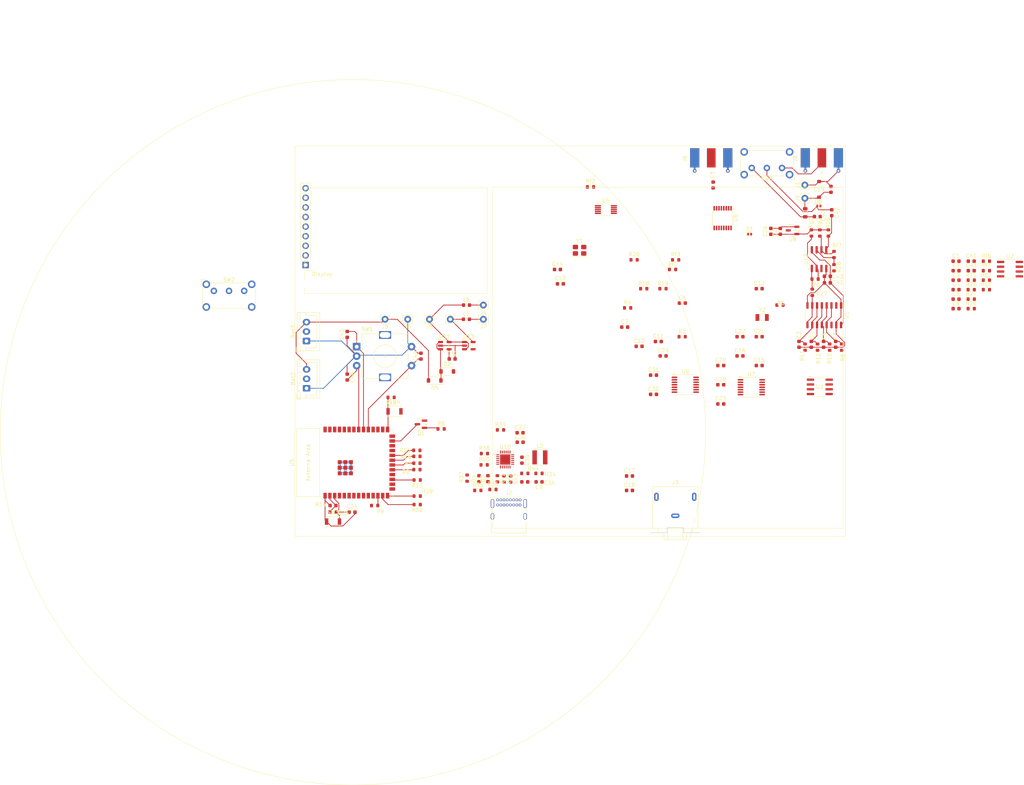
<source format=kicad_pcb>
(kicad_pcb (version 20241229) (generator "pcbnew") (generator_version "9.0")
  (layers (0 "F.Cu" signal) (2 "B.Cu" signal) (13 "F.Paste" user) (15 "B.Paste" user) (5 "F.SilkS" user "F.Silkscreen") (7 "B.SilkS" user "B.Silkscreen") (1 "F.Mask" user) (3 "B.Mask" user) (25 "Edge.Cuts" user))
  (net 0 "")
  (net 1 "Net-(Rf6-Pad2)")
  (net 2 "/VRev2.5")
  (net 3 "Net-(U9-VINR)")
  (net 4 "Net-(U6-LOut)")
  (net 5 "Net-(D6-K)")
  (net 6 "GND")
  (net 7 "+3.3V")
  (net 8 "Net-(U4-XA)")
  (net 9 "Net-(U4-XB)")
  (net 10 "/SCL")
  (net 11 "/SDA")
  (net 12 "Net-(U4-CLK2)")
  (net 13 "Net-(U4-CLK1)")
  (net 14 "Net-(U4-CLK0)")
  (net 15 "Net-(C37-Pad1)")
  (net 16 "Net-(U2A-+)")
  (net 17 "+3.3Vfiltered")
  (net 18 "+VBatt")
  (net 19 "Net-(U1-S0)")
  (net 20 "Net-(U2A--)")
  (net 21 "Net-(U1-1B3)")
  (net 22 "Net-(U10-VBATM)")
  (net 23 "Net-(Bat2-Pin_2)")
  (net 24 "Net-(C16-Pad1)")
  (net 25 "Net-(J4-Pin_1)")
  (net 26 "Net-(C36-Pad1)")
  (net 28 "Net-(U10-NTC)")
  (net 29 "Net-(U10-BAT_STAT)")
  (net 30 "Net-(U10-LED)")
  (net 32 "Net-(U10-GND)")
  (net 33 "Net-(U10-VIN_OVSET)")
  (net 35 "Net-(U10-ISET)")
  (net 36 "Net-(U10-BST)")
  (net 37 "Net-(U10-LX-Pad15)")
  (net 38 "Net-(C35-Pad1)")
  (net 39 "+5V")
  (net 40 "+5Vfiltered")
  (net 41 "Net-(U6-RCLK)")
  (net 42 "Net-(D3-A)")
  (net 43 "Net-(Q1-B)")
  (net 44 "Net-(R27-Pad2)")
  (net 45 "Net-(R28-Pad2)")
  (net 46 "Net-(Rf7-Pad2)")
  (net 47 "Net-(U1-1B2)")
  (net 48 "Net-(J2-CC2)")
  (net 49 "Net-(J9-Pin_1)")
  (net 50 "3.3V")
  (net 51 "SCK")
  (net 52 "MOSI")
  (net 53 "RST")
  (net 54 "DC")
  (net 55 "CS")
  (net 56 "CS-TF")
  (net 57 "OUT")
  (net 58 "Net-(U6-DClk)")
  (net 62 "Net-(D1-K)")
  (net 63 "Earth")
  (net 64 "Net-(U6-AMI)")
  (net 65 "Net-(C12-Pad1)")
  (net 66 "Net-(U2B--)")
  (net 67 "Net-(U1-1B4)")
  (net 68 "Net-(C42-Pad1)")
  (net 69 "Net-(U1-1A)")
  (net 70 "Net-(J2-SHIELD)")
  (net 71 "Net-(U5-EN)")
  (net 72 "Net-(J7-Pin_1)")
  (net 73 "Net-(U1-S1)")
  (net 74 "Net-(U1-1B1)")
  (net 75 "Net-(U11-BP)")
  (net 76 "/I2S1_DOUT")
  (net 77 "Net-(U2B-+)")
  (net 78 "Net-(C15-Pad1)")
  (net 79 "Net-(U7-VINR)")
  (net 80 "Net-(D4-A)")
  (net 81 "Net-(U9-VINL)")
  (net 82 "Net-(U6-ROut)")
  (net 83 "Net-(J2-CC1)")
  (net 85 "Net-(U7-VINL)")
  (net 86 "/I2S0_DOUT")
  (net 87 "Net-(J6-In)")
  (net 88 "VBUS")
  (net 89 "Net-(D2-K)")
  (net 90 "USB_D-")
  (net 91 "USB_D+")
  (net 92 "Q_BAT_STAT")
  (net 93 "/I2S_BCK")
  (net 94 "Net-(U5-GPIO11{slash}TOUCH11{slash}ADC2_CH0{slash}FSPID{slash}FSPIIO5{slash}SUBSPID)")
  (net 95 "Net-(U5-GPIO12{slash}TOUCH12{slash}ADC2_CH1{slash}FSPICLK{slash}FSPIIO6{slash}SUBSPICLK)")
  (net 96 "/I2S_LRCK")
  (net 97 "RST_4732")
  (net 98 "Net-(U5-GPIO0{slash}BOOT)")
  (net 99 "Net-(U5-GPIO13{slash}TOUCH13{slash}ADC2_CH2{slash}FSPIQ{slash}FSPIIO7{slash}SUBSPIQ)")
  (net 100 "Net-(U5-GPIO14{slash}TOUCH14{slash}ADC2_CH3{slash}FSPIWP{slash}FSPIDQS{slash}SUBSPIWP)")
  (net 101 "Net-(U5-GPIO20{slash}U1CTS{slash}ADC2_CH9{slash}CLK_OUT1{slash}USB_D+)")
  (net 102 "Net-(U5-GPIO19{slash}U1RTS{slash}ADC2_CH8{slash}CLK_OUT2{slash}USB_D-)")
  (net 103 "ADC_SCKI")
  (net 124 "Net-(U5-GPIO38{slash}FSPIWP{slash}SUBSPIWP)")
  (net 125 "Net-(U5-MTDO{slash}GPIO40{slash}CLK_OUT2)")
  (net 126 "Net-(U5-MTCK{slash}GPIO39{slash}CLK_OUT3{slash}SUBSPICS1)")
  (net 131 "Net-(J8-In)")
  (net 133 "Net-(SW2A-A)")
  (net 134 "Net-(SW5A-C)")
  (footprint "Resistor_SMD:R_0603_1608Metric" (layer "F.Cu") (at 140.45 122.5 180)
    (property "Reference" "R44")
    (property "Value" "5.1K")
  )
  (footprint "Connector_Pin:Pin_D0.9mm_L10.0mm_W2.4mm_FlatFork" (layer "F.Cu") (at 120.75 81.75)
    (property "Reference" "J5" (hide yes))
    (property "Value" "+5V")
  )
  (footprint "Connector_JST:JST_XH_B3B-XH-A_1x03_P2.50mm_Vertical" (layer "F.Cu") (at 82.725 87.5 90)
    (property "Reference" "Bat3")
    (property "Value" "JST-XH")
  )
  (footprint "Resistor_SMD:R_0603_1608Metric" (layer "F.Cu") (at 111.925 119.8 180)
    (property "Reference" "R2")
    (property "Value" "22")
  )
  (footprint "Resistor_SMD:R_0603_1608Metric" (layer "F.Cu") (at 217.2 71.1225)
    (property "Reference" "Rf6")
    (property "Value" "604")
  )
  (footprint "Capacitor_SMD:C_0603_1608Metric" (layer "F.Cu") (at 254.475 78.94)
    (property "Reference" "C8")
    (property "Value" "270p")
  )
  (footprint "Package_SO:SOIC-8_3.9x4.9mm_P1.27mm" (layer "F.Cu") (at 218.45 99.6225)
    (property "Reference" "U2")
    (property "Value" "LM4562")
  )
  (footprint "Resistor_SMD:R_0603_1608Metric" (layer "F.Cu") (at 258.485 71.41)
    (property "Reference" "R11")
    (property "Value" "1k")
  )
  (footprint "Resistor_SMD:R_0603_1608Metric" (layer "F.Cu") (at 262.495 71.41)
    (property "Reference" "Rg1")
    (property "Value" "604")
  )
  (footprint "Capacitor_SMD:C_0603_1608Metric" (layer "F.Cu") (at 93.5 97.025 -90)
    (property "Reference" "C46")
    (property "Value" "100n")
  )
  (footprint "Button_Switch_SMD:SW_SPST_B3U-1000P" (layer "F.Cu") (at 106 106.1)
    (property "Reference" "SW4")
    (property "Value" "Boot")
  )
  (footprint "Connector_Pin:Pin_D0.9mm_L10.0mm_W2.4mm_FlatFork" (layer "F.Cu") (at 129.5 81.75)
    (property "Reference" "J7")
    (property "Value" "+3.3Vfiltered")
  )
  (footprint "Capacitor_SMD:C_0603_1608Metric" (layer "F.Cu") (at 149.86 72.39)
    (property "Reference" "C13")
    (property "Value" "2..20p")
  )
  (footprint "Resistor_SMD:R_0603_1608Metric" (layer "F.Cu") (at 258.485 78.94)
    (property "Reference" "R28")
    (property "Value" "22")
  )
  (footprint "Resistor_SMD:R_0603_1608Metric" (layer "F.Cu") (at 258.485 73.92)
    (property "Reference" "R26")
    (property "Value" "100k")
  )
  (footprint "Resistor_SMD:R_0603_1608Metric" (layer "F.Cu") (at 111.925 121.5)
    (property "Reference" "R1")
    (property "Value" "22")
  )
  (footprint "Capacitor_SMD:C_0603_1608Metric" (layer "F.Cu") (at 197.345 86.36)
    (property "Reference" "C22")
    (property "Value" "22p")
  )
  (footprint "Capacitor_SMD:C_0603_1608Metric" (layer "F.Cu") (at 221.4 47.4 90)
    (property "Reference" "C8" (hide yes))
    (property "Value" "270p")
  )
  (footprint "Capacitor_SMD:C_0603_1608Metric" (layer "F.Cu") (at 205.5 58.5 90)
    (property "Reference" "C26")
    (property "Value" "100n")
  )
  (footprint "Resistor_SMD:R_0603_1608Metric" (layer "F.Cu") (at 144.2 122.5 180)
    (property "Reference" "R34")
    (property "Value" "1M")
  )
  (footprint "Inductor_SMD:L_0603_1608Metric" (layer "F.Cu") (at 125 81.75)
    (property "Reference" "L5")
    (property "Value" "Ferrite_perl")
  )
  (footprint "Resistor_SMD:R_0603_1608Metric" (layer "F.Cu") (at 262.495 73.92)
    (property "Reference" "Rg2")
    (property "Value" "604")
  )
  (footprint "Capacitor_SMD:C_0603_1608Metric" (layer "F.Cu") (at 121.25 92.25)
    (property "Reference" "C32")
    (property "Value" "10n")
  )
  (footprint "Capacitor_SMD:C_0603_1608Metric" (layer "F.Cu") (at 168.135 127)
    (property "Reference" "C18")
    (property "Value" "4.7u")
  )
  (footprint "Resistor_SMD:R_0603_1608Metric" (layer "F.Cu") (at 157.825 46.75)
    (property "Reference" "Rf2")
    (property "Value" "47")
  )
  (footprint "Resistor_SMD:R_0603_1608Metric" (layer "F.Cu") (at 222.2 68.1225 90)
    (property "Reference" "R28")
    (property "Value" "22")
  )
  (footprint "Diode_SMD:D_SOD-123" (layer "F.Cu") (at 116.63 97.93 180)
    (property "Reference" "D5")
    (property "Value" "D_Schottky")
  )
  (footprint "Package_TO_SOT_SMD:SOT-23-5" (layer "F.Cu") (at 125.6525 88.72)
    (property "Reference" "U13")
    (property "Value" "HT733333")
  )
  (footprint "Resistor_SMD:R_0603_1608Metric" (layer "F.Cu") (at 105.1 102.4 180)
    (property "Reference" "R15")
    (property "Value" "10k")
  )
  (footprint "PCM_JLCPCB:L_0805" (layer "F.Cu") (at 214.6 53.6 90)
    (property "Reference" "L4" (hide yes))
    (property "Value" "1uH,50mA")
  )
  (footprint "Button_Switch_SMD:SW_SPST_B3U-1000P" (layer "F.Cu") (at 89.75 135.25)
    (property "Reference" "SW3")
    (property "Value" "Reset")
  )
  (footprint "Capacitor_SMD:C_0603_1608Metric" (layer "F.Cu") (at 202.425 93.98)
    (property "Reference" "C15")
    (property "Value" "4.7u")
  )
  (footprint "Resistor_SMD:R_0603_1608Metric" (layer "F.Cu") (at 222.2 64.6225 90)
    (property "Reference" "Rf7")
    (property "Value" "604")
  )
  (footprint "Connector_Pin:Pin_D0.9mm_L10.0mm_W2.4mm_FlatFork" (layer "F.Cu") (at 129.5 78)
    (property "Reference" "J4")
    (property "Value" "+5Vfiltered")
  )
  (footprint "Resistor_SMD:R_0603_1608Metric" (layer "F.Cu") (at 111.925 118 180)
    (property "Reference" "R16")
    (property "Value" "22")
  )
  (footprint "Resistor_SMD:R_0603_1608Metric" (layer "F.Cu") (at 136.7 124 -90)
    (property "Reference" "R43")
    (property "Value" "75k")
  )
  (footprint "Capacitor_SMD:C_0603_1608Metric" (layer "F.Cu") (at 140.45 124.75 180)
    (property "Reference" "C34")
    (property "Value" "10u")
  )
  (footprint "MountingHole:MountingHole_2.2mm_M2_DIN965" (layer "F.Cu") (at 226.06 151.13 180)
    (property "Reference" "M2" (hide yes))
    (property "Value" "")
  )
  (footprint "Capacitor_SMD:C_0603_1608Metric" (layer "F.Cu") (at 170.675 88.9)
    (property "Reference" "C10")
    (property "Value" "2.2u")
  )
  (footprint "Resistor_SMD:R_0603_1608Metric" (layer "F.Cu") (at 214.55 89.1225 90)
    (property "Reference" "R11")
    (property "Value" "1k")
  )
  (footprint "Capacitor_SMD:C_0603_1608Metric" (layer "F.Cu") (at 139.7 119 -90)
    (property "Reference" "C35")
    (property "Value" "100n")
  )
  (footprint "Capacitor_SMD:C_0603_1608Metric" (layer "F.Cu") (at 254.475 76.43)
    (property "Reference" "C5")
    (property "Value" "220n")
  )
  (footprint "Resistor_SMD:R_0603_1608Metric" (layer "F.Cu") (at 112 124.25 180)
    (property "Reference" "R13")
    (property "Value" "4.7K")
  )
  (footprint "Resistor_SMD:R_0603_1608Metric" (layer "F.Cu") (at 220.715 58.9375 90)
    (property "Reference" "R26")
    (property "Value" "100k")
  )
  (footprint "Capacitor_SMD:C_0603_1608Metric" (layer "F.Cu") (at 89.75 131 180)
    (property "Reference" "C25")
    (property "Value" "47u")
  )
  (footprint "Connector_Pin:Pin_D0.9mm_L10.0mm_W2.4mm_FlatFork" (layer "F.Cu") (at 109.5 81.75)
    (property "Reference" "J5")
    (property "Value" "GND")
  )
  (footprint "Resistor_SMD:R_0603_1608Metric" (layer "F.Cu") (at 262.495 68.9)
    (property "Reference" "Rf7")
    (property "Value" "604")
  )
  (footprint "Resistor_SMD:R_0603_1608Metric" (layer "F.Cu") (at 89.75 132.75)
    (property "Reference" "R14")
    (property "Value" "10k")
  )
  (footprint "Inductor_SMD:L_Taiyo-Yuden_NR-40xx" (layer "F.Cu") (at 144.45 118.25)
    (property "Reference" "L2")
    (property "Value" "2.2uH,3A")
  )
  (footprint "Inductor_SMD:L_0603_1608Metric" (layer "F.Cu") (at 125.0375 78)
    (property "Reference" "L6")
    (property "Value" "Ferrite_perl")
  )
  (footprint "Package_SO:SOIC-8_3.9x4.9mm_P1.27mm" (layer "F.Cu") (at 218.25 65.845 90)
    (property "Reference" "U12")
    (property "Value" "OPA2211")
  )
  (footprint "Capacitor_SMD:C_0603_1608Metric" (layer "F.Cu") (at 220.45 70.3725 180)
    (property "Reference" "C43")
    (property "Value" "100n")
  )
  (footprint "Capacitor_SMD:C_0603_1608Metric" (layer "F.Cu") (at 168.135 123.19)
    (property "Reference" "C17")
    (property "Value" "4.7u")
  )
  (footprint "Capacitor_SMD:C_0603_1608Metric" (layer "F.Cu") (at 139.2 111.75)
    (property "Reference" "C37")
    (property "Value" "10u")
  )
  (footprint "Resistor_SMD:R_0603_1608Metric" (layer "F.Cu") (at 129.775 117.25)
    (property "Reference" "R38")
    (property "Value" "100")
  )
  (footprint "Resistor_SMD:R_0603_1608Metric" (layer "F.Cu") (at 258.485 76.43)
    (property "Reference" "R27")
    (property "Value" "22")
  )
  (footprint "Connector_USB:USB_C_Receptacle_GCT_USB4085" (layer "F.Cu") (at 133.25 129.5)
    (property "Reference" "J2")
    (property "Value" "C165948")
  )
  (footprint "Package_TO_SOT_SMD:SOT-23" (layer "F.Cu") (at 113 109.5 180)
    (property "Reference" "Q1")
    (property "Value" "BC847")
  )
  (footprint "Connector_Pin:Pin_D0.9mm_L10.0mm_W2.4mm_FlatFork" (layer "F.Cu") (at 103.5 81.75)
    (property "Reference" "J5")
    (property "Value" "Bat")
  )
  (footprint "Resistor_SMD:R_0603_1608Metric" (layer "F.Cu") (at 133.2 123.925 -90)
    (property "Reference" "R41")
    (property "Value" "120K")
  )
  (footprint "Diode_SMD:D_SOD-882D" (layer "F.Cu") (at 218.2 51.8)
    (property "Reference" "D6")
    (property "Value" "PESD5V0L1ULD")
  )
  (footprint "Resistor_SMD:R_0603_1608Metric" (layer "F.Cu") (at 100.75 131)
    (property "Reference" "R9")
    (property "Value" "4.7K")
  )
  (footprint "Capacitor_SMD:C_0603_1608Metric" (layer "F.Cu") (at 192.265 104.14)
    (property "Reference" "C23")
    (property "Value" "100n")
  )
  (footprint "Crystal:Crystal_SMD_3215-2Pin_3.2x1.5mm" (layer "F.Cu") (at 203.2 81.28)
    (property "Reference" "Y2")
    (property "Value" "32768kHz")
  )
  (footprint "Resistor_SMD:R_0603_1608Metric" (layer "F.Cu") (at 218.465 58.9375 -90)
    (property "Reference" "Rg2")
    (property "Value" "604" (hide yes))
  )
  (footprint "Capacitor_SMD:C_0603_1608Metric" (layer "F.Cu") (at 254.475 68.9)
    (property "Reference" "C2")
    (property "Value" "220n")
  )
  (footprint "Resistor_SMD:R_0603_1608Metric" (layer "F.Cu") (at 217.85 89.1225 90)
    (property "Reference" "R12")
    (property "Value" "1k")
  )
  (footprint "Resistor_SMD:R_0603_1608Metric" (layer "F.Cu") (at 134.95 124 -90)
    (property "Reference" "R42")
    (property "Value" "120K")
  )
  (footprint "Connector_Pin:Pin_D0.9mm_L10.0mm_W2.4mm_FlatFork" (layer "F.Cu") (at 214.5 49.75 -90)
    (property "Reference" "J9")
    (property "Value" "RF_AM__In")
  )
  (footprint "Capacitor_SMD:C_0603_1608Metric" (layer "F.Cu") (at 254.475 71.41)
    (property "Reference" "C3")
    (property "Value" "220n")
  )
  (footprint "Resistor_SMD:R_0603_1608Metric" (layer "F.Cu") (at 207.925 78)
    (property "Reference" "R5")
    (property "Value" "10k")
  )
  (footprint "Resistor_SMD:R_0603_1608Metric" (layer "F.Cu") (at 262.495 66.39)
    (property "Reference" "Rf6")
    (property "Value" "604")
  )
  (footprint "MountingHole:MountingHole_2.2mm_M2_DIN965" (layer "F.Cu") (at 86.36 24.13 180)
    (property "Reference" "M2" (hide yes))
    (property "Value" "")
  )
  (footprint "Resistor_SMD:R_0603_1608Metric" (layer "F.Cu") (at 129.7 120.25)
    (property "Reference" "R40")
    (property "Value" "100")
  )
  (footprint "Capacitor_SMD:C_0603_1608Metric" (layer "F.Cu") (at 221.6 53.575 90)
    (property "Reference" "C42")
    (property "Value" "100n")
  )
  (footprint "Connector_Audio:Jack_3.5mm_CUI_SJ1-3523N_Horizontal" (layer "F.Cu") (at 180.25 133.7)
    (property "Reference" "J3")
    (property "Value" "AudioJack2_Ground")
    (fp_line (start -2.2 3.5) (end -2.2 4.5) (stroke (width 0.12)) (layer "Edge.Cuts"))
    (fp_line (start -2.2 4.5) (end -6.5 4.5) (stroke (width 0.12)) (layer "Edge.Cuts"))
    (fp_line (start 1.8 3.1) (end -1.8 3.1) (stroke (width 0.12)) (layer "Edge.Cuts"))
    (fp_line (start 2.2 3.5) (end 2.2 4.5) (stroke (width 0.12)) (layer "Edge.Cuts"))
    (fp_line (start 2.2 4.5) (end 6.5 4.5) (stroke (width 0.12)) (layer "Edge.Cuts"))
    (fp_arc (start -2.2 3.5) (mid -2.082843 3.217158) (end -1.8 3.1) (stroke (width 0.12)) (layer "Edge.Cuts"))
    (fp_arc (start 1.8 3.1) (mid 2.082843 3.217157) (end 2.2 3.5) (stroke (width 0.12)) (layer "Edge.Cuts"))
  )
  (footprint "Capacitor_SMD:C_0603_1608Metric" (layer "F.Cu") (at 258.485 68.9)
    (property "Reference" "C43")
    (property "Value" "100n")
  )
  (footprint "MountingHole:MountingHole_2.2mm_M2_DIN965" (layer "F.Cu") (at 82.5 41.9465 180)
    (property "Reference" "M2" (hide yes))
    (property "Value" "")
  )
  (footprint "Capacitor_SMD:C_0603_1608Metric" (layer "F.Cu") (at 192.265 99.06)
    (property "Reference" "C28")
    (property "Value" "100n")
  )
  (footprint "Button_Switch_THT:SW_E-Switch_EG1224_SPDT_Angled" (layer "F.Cu") (at 58.25 74.25)
    (property "Reference" "SW2")
    (property "Value" "SW_DPDT_x2")
  )
  (footprint "Capacitor_SMD:C_0603_1608Metric" (layer "F.Cu") (at 139.225 114.25)
    (property "Reference" "C36")
    (property "Value" "10u")
  )
  (footprint "Connector_Coaxial:SMA_Molex_73251-1153_EdgeMount_Horizontal" (layer "F.Cu") (at 219 40.79 -90)
    (property "Reference" "J8")
    (property "Value" "U.FL")
  )
  (footprint "Package_SO:SSOP-16_3.9x4.9mm_P0.635mm" (layer "F.Cu") (at 192.75 55 -90)
    (property "Reference" "U6")
    (property "Value" "Si4732-A10")
  )
  (footprint "Capacitor_SMD:C_0603_1608Metric" (layer "F.Cu") (at 113 91.5 90)
    (property "Reference" "C44")
    (property "Value" "100n")
  )
  (footprint "Capacitor_SMD:C_0603_1608Metric" (layer "F.Cu") (at 174.485 101.6)
    (property "Reference" "C30")
    (property "Value" "100n")
  )
  (footprint "Resistor_SMD:R_0603_1608Metric" (layer "F.Cu") (at 112 128.5 180)
    (property "Reference" "R29")
    (property "Value" "22")
  )
  (footprint "Capacitor_SMD:C_Trimmer_Murata_TZC3" (layer "F.Cu") (at 218.25 47.4 -90)
    (property "Reference" "C19")
    (property "Value" "10p-60p")
  )
  (footprint "Diode_SMD:D_SOD-123" (layer "F.Cu") (at 119.95 95.55)
    (property "Reference" "D2")
    (property "Value" "D_Schottky")
  )
  (footprint "Capacitor_SMD:C_0603_1608Metric" (layer "F.Cu") (at 149.085 68.58)
    (property "Reference" "C14")
    (property "Value" "2..20p")
  )
  (footprint "Capacitor_SMD:C_0603_1608Metric" (layer "F.Cu") (at 208 58.5 90)
    (property "Reference" "C27")
    (property "Value" "10u")
  )
  (footprint "Package_DFN_QFN:QFN-24-1EP_4x4mm_P0.5mm_EP2.7x2.7mm" (layer "F.Cu") (at 135.275 118.825)
    (property "Reference" "U10")
    (property "Value" "IP2326")
  )
  (footprint "Resistor_SMD:R_0603_1608Metric" (layer "F.Cu") (at 112 130.75 180)
    (property "Reference" "R30")
    (property "Value" "22")
  )
  (footprint "Connector_PinHeader_2.54mm:PinHeader_1x09_P2.54mm_Vertical" (layer "F.Cu") (at 82.5 67.41 180)
    (property "Reference" "Display")
    (property "Value" "")
  )
  (footprint "Capacitor_SMD:C_0603_1608Metric" (layer "F.Cu") (at 93.5 85.75 90)
    (property "Reference" "C45")
    (property "Value" "100n")
  )
  (footprint "Capacitor_SMD:C_0603_1608Metric" (layer "F.Cu") (at 174.485 96.52)
    (property "Reference" "C31")
    (property "Value" "100n")
  )
  (footprint "Resistor_SMD:R_0603_1608Metric" (layer "F.Cu") (at 132.025 126.75)
    (property "Reference" "R36")
    (property "Value" "5.1K")
  )
  (footprint "Resistor_SMD:R_0603_1608Metric" (layer "F.Cu") (at 224.25 89.1225 90)
    (property "Reference" "R8")
    (property "Value" "1k")
  )
  (footprint "Package_TO_SOT_SMD:SOT-23-5" (layer "F.Cu") (at 119.3025 88.72)
    (property "Reference" "U11")
    (property "Value" "LP2985-5.0")
  )
  (footprint "Resistor_SMD:R_0603_1608Metric" (layer "F.Cu") (at 134.025 111)
    (property "Reference" "R39")
    (property "Value" "100")
  )
  (footprint "LED_SMD:LED_0603_1608Metric" (layer "F.Cu") (at 130.7 123.9 90)
    (property "Reference" "D3")
    (property "Value" "LED_Small")
  )
  (footprint "Resistor_SMD:R_0603_1608Metric" (layer "F.Cu") (at 216.215 58.9375 90)
    (property "Reference" "Rg1")
    (property "Value" "604")
  )
  (footprint "MountingHole:MountingHole_2.2mm_M2_DIN965" (layer "F.Cu") (at 229.75 0.5 180)
    (property "Reference" "M2" (hide yes))
    (property "Value" "")
  )
  (footprint "Capacitor_SMD:C_0603_1608Metric" (layer "F.Cu") (at 190.25 46.25 90)
    (property "Reference" "C1")
    (property "Value" "100p")
  )
  (footprint "Connector_Pin:Pin_D0.9mm_L10.0mm_W2.4mm_FlatFork" (layer "F.Cu") (at 214.5 46.25 -90)
    (property "Reference" "J1")
    (property "Value" "RF_AM_GND")
  )
  (footprint "Capacitor_SMD:C_0603_1608Metric" (layer "F.Cu") (at 219.45 88.3725 -90)
    (property "Reference" "C5")
    (property "Value" "220n")
  )
  (footprint "Resistor_SMD:R_0603_1608Metric" (layer "F.Cu") (at 167.64 78.74)
    (property "Reference" "R4")
    (property "Value" "47k")
  )
  (footprint "Resistor_SMD:R_0603_1608Metric" (layer "F.Cu") (at 128.025 127)
    (property "Reference" "R35")
    (property "Value" "5.1K")
  )
  (footprint "Resistor_SMD:R_0603_1608Metric" (layer "F.Cu") (at 171.895 73.66)
    (property "Reference" "R18")
    (property "Value" "47k")
  )
  (footprint "Connector_Pin:Pin_D0.9mm_L10.0mm_W2.4mm_FlatFork" (layer "F.Cu") (at 115.25 81.75)
    (property "Reference" "J5")
    (property "Value" "+5V")
  )
  (footprint "Package_SO:TSSOP-14_4.4x5mm_P0.65mm" (layer "F.Cu") (at 200.3375 99.71)
    (property "Reference" "U7")
    (property "Value" "PCM1808PWR")
  )
  (footprint "MountingHole:MountingHole_2.2mm_M2_DIN965" (layer "F.Cu") (at 82.2 72.2235 180)
    (property "Reference" "M2" (hide yes))
    (property "Value" "")
  )
  (footprint "Resistor_SMD:R_0603_1608Metric" (layer "F.Cu") (at 216.45 74.6225 90)
    (property "Reference" "R27")
    (property "Value" "22")
  )
  (footprint "Capacitor_SMD:C_0603_1608Metric" (layer "F.Cu") (at 202.425 86.36)
    (property "Reference" "C21")
    (property "Value" "22p")
  )
  (footprint "Capacitor_SMD:C_0603_1608Metric" (layer "F.Cu") (at 177.025 91.44)
    (property "Reference" "C29")
    (property "Value" "10u")
  )
  (footprint "Resistor_SMD:R_0603_1608Metric" (layer "F.Cu") (at 125.2 123.75 -90)
    (property "Reference" "R37")
    (property "Value" "33k")
  )
  (footprint "Package_SO:TSSOP-14_4.4x5mm_P0.65mm" (layer "F.Cu") (at 182.88 99.06)
    (property "Reference" "U9")
    (property "Value" "PCM1808PWR")
  )
  (footprint "Capacitor_SMD:C_0603_1608Metric" (layer "F.Cu") (at 144.225 124.75 180)
    (property "Reference" "C9")
    (property "Value" "4.7n")
  )
  (footprint "Capacitor_SMD:C_0603_1608Metric" (layer "F.Cu") (at 258.485 66.39)
    (property "Reference" "C41")
    (property "Value" "2.2u")
  )
  (footprint "Package_SO:SO-16_3.9x9.9mm_P1.27mm" (layer "F.Cu") (at 219.625 80.675 -90)
    (property "Reference" "U1")
    (property "Value" "CBT3253")
  )
  (footprint "Resistor_SMD:R_0603_1608Metric" (layer "F.Cu") (at 111.9 116.4 180)
    (property "Reference" "R25")
    (property "Value" "22")
  )
  (footprint "Resistor_SMD:R_0603_1608Metric" (layer "F.Cu") (at 221.05 89.1225 90)
    (property "Reference" "R10")
    (property "Value" "1k")
  )
  (footprint "Capacitor_SMD:C_0603_1608Metric" (layer "F.Cu") (at 182.105 77.47)
    (property "Reference" "C6")
    (property "Value" "1.2n")
  )
  (footprint "Package_SO:MSOP-10_3x3mm_P0.5mm" (layer "F.Cu") (at 161.8875 52.75)
    (property "Reference" "U4")
    (property "Value" "Si5351A-B-GT")
  )
  (footprint "Diode_SMD:D_SOD-882D" (layer "F.Cu") (at 199.9 59.25)
    (property "Reference" "D1")
    (property "Value" "PESD5V0L1ULD")
  )
  (footprint "Button_Switch_THT:SW_E-Switch_EG1224_SPDT_Angled" (layer "F.Cu") (at 208.4575 41.75 180)
    (property "Reference" "SW5")
    (property "Value" "SW_DPDT_x2")
  )
  (footprint "Crystal:Crystal_SMD_3225-4Pin_3.2x2.5mm" (layer "F.Cu") (at 154.94 63.5)
    (property "Reference" "Y1")
    (property "Value" "25MHz")
  )
  (footprint "MountingHole:MountingHole_2.2mm_M2_DIN965" (layer "F.Cu") (at 110.49 147.32 180)
    (property "Reference" "M2" (hide yes))
    (property "Value" "")
  )
  (footprint "Capacitor_SMD:C_0603_1608Metric" (layer "F.Cu") (at 254.475 73.92)
    (property "Reference" "C4")
    (property "Value" "220n")
  )
  (footprint "Resistor_SMD:R_0603_1608Metric" (layer "F.Cu") (at 179.515 68.58)
    (property "Reference" "Rf1")
    (property "Value" "33")
  )
  (footprint "Rotary_Encoder:RotaryEncoder_Alps_EC11E-Switch_Vertical_H20mm" (layer "F.Cu") (at 96 89)
    (property "Reference" "SW1")
    (property "Value" "RotaryEncoder_Switch")
  )
  (footprint "Capacitor_SMD:C_0603_1608Metric" (layer "F.Cu") (at 212.95 88.3725 -90)
    (property "Reference" "C2")
    (property "Value" "220n")
  )
  (footprint "Capacitor_SMD:C_0603_1608Metric" (layer "F.Cu") (at 94.775 132.75)
    (property "Reference" "C24")
    (property "Value" "1u")
  )
  (footprint "PCM_Espressif:ESP32-S3-WROOM-2" (layer "F.Cu") (at 95.91 119.64 90)
    (property "Reference" "U5")
    (property "Value" "ESP32-S3-WROOM-2")
  )
  (footprint "Capacitor_SMD:C_0603_1608Metric" (layer "F.Cu") (at 254.475 66.39)
    (property "Reference" "C1")
    (property "Value" "100p")
  )
  (footprint "Capacitor_SMD:C_0603_1608Metric" (layer "F.Cu") (at 192.265 93.98)
    (property "Reference" "C20")
    (property "Value" "10u")
  )
  (footprint "Capacitor_SMD:C_0603_1608Metric" (layer "F.Cu") (at 220.45 72.1225 180)
    (property "Reference" "C41")
    (property "Value" "2.2u")
  )
  (footprint "Capacitor_SMD:C_0603_1608Metric" (layer "F.Cu") (at 166.865 83.82)
    (property "Reference" "C7")
    (property "Value" "1.2n")
  )
  (footprint "Resistor_SMD:R_0603_1608Metric" (layer "F.Cu") (at 169.355 66.04)
    (property "Reference" "R20")
    (property "Value" "1k")
  )
  (footprint "Resistor_SMD:R_0603_1608Metric" (layer "F.Cu") (at 182.055 86.36)
    (property "Reference" "R3")
    (property "Value" "47k")
  )
  (footprint "Connector_JST:JST_XH_B3B-XH-A_1x03_P2.50mm_Vertical" (layer "F.Cu") (at 82.75 100 90)
    (property "Reference" "Bat2")
    (property "Value" "JST-XH")
  )
  (footprint "Resistor_SMD:R_0603_1608Metric" (layer "F.Cu") (at 176.975 73.66)
    (property "Reference" "R19")
    (property "Value" "47k")
  )
  (footprint "MountingHole:MountingHole_2.2mm_M2_DIN965" (layer "F.Cu") (at 259.75 -0.25 -90)
    (property "Reference" "M2" (hide yes))
    (property "Value" "")
  )
  (footprint "Capacitor_SMD:C_0603_1608Metric" (layer "F.Cu") (at 197.345 91.44)
    (property "Reference" "C16")
    (property "Value" "4.7u")
  )
  (footprint "Capacitor_SMD:C_0603_1608Metric" (layer "F.Cu") (at 202.425 73.66)
    (property "Reference" "C12")
    (property "Value" "100n")
  )
  (footprint "Resistor_SMD:R_0603_1608Metric" (layer "F.Cu") (at 118.325 110.75)
    (property "Reference" "R6")
    (property "Value" "10K")
  )
  (footprint "Capacitor_SMD:C_0603_1608Metric" (layer "F.Cu") (at 222.65 88.3725 -90)
    (property "Reference" "C3")
    (property "Value" "220n")
  )
  (footprint "Package_TO_SOT_SMD:SOT-23-3" (layer "F.Cu") (at 211.25 58.25 180)
    (property "Reference" "U8")
    (property "Value" "LM4040-2.5")
  )
  (footprint "LED_SMD:LED_0603_1608Metric" (layer "F.Cu") (at 128.35 123.9 90)
    (property "Reference" "D4")
    (property "Value" "LED_Small")
  )
  (footprint "Capacitor_SMD:C_0603_1608Metric" (layer "F.Cu") (at 216.2 88.3725 -90)
    (property "Reference" "C4")
    (property "Value" "220n")
  )
  (footprint "Package_SO:SOIC-8_3.9x4.9mm_P1.27mm" (layer "F.Cu") (at 268.725 68.495)
    (property "Reference" "U2")
    (property "Value" "LM4562")
  )
  (footprint "Resistor_SMD:R_0603_1608Metric" (layer "F.Cu") (at 180.34 66.04)
    (property "Reference" "Rf3")
    (property "Value" "47")
  )
  (footprint "Capacitor_SMD:C_0603_1608Metric" (layer "F.Cu") (at 175.755 87.63)
    (property "Reference" "C11")
    (property "Value" "100n")
  )
  (footprint "Connector_Coaxial:SMA_Molex_73251-1153_EdgeMount_Horizontal" (layer "F.Cu") (at 189.75 40.79 -90)
    (property "Reference" "J6")
    (property "Value" "U.FL")
  )
  (footprint "Capacitor_SMD:C_0603_1608Metric" (layer "F.Cu") (at 217.8 54.6)
    (property "Reference" "C40")
    (property "Value" "100p")
  )
  (gr_rect (start 131.895 46.83) (end 224.605 137) (stroke (width 0.1)) (fill no) (layer "F.SilkS"))
  (gr_rect (start 82.24 47) (end 130.5 74.94) (stroke (width 0.1)) (fill no) (layer "F.SilkS"))
  (gr_rect (start 79.68 35.95) (end 225.25 139.14) (stroke (width 0.1)) (fill no) (layer "F.SilkS"))
  (gr_circle (center 95 111.64) (end 181.96442 77.98) (stroke (width 0.1)) (fill no) (layer "F.SilkS"))
  (segment (start 218.025 68.7175) (end 218.025 71.1225) (width 0.2) (layer "F.Cu") (net 1))
  (segment (start 217.565 68.0975) (end 217.565 67.4875) (width 0.2) (layer "F.Cu") (net 1))
  (segment (start 217.565 67.4875) (end 215.2 65.1225) (width 0.2) (layer "F.Cu") (net 1))
  (segment (start 215.2 65.1225) (end 215.2 61.6225) (width 0.2) (layer "F.Cu") (net 1))
  (segment (start 215.2 61.6225) (end 216.215 60.6075) (width 0.2) (layer "F.Cu") (net 1))
  (segment (start 217.565 68.2575) (end 218.025 68.7175) (width 0.2) (layer "F.Cu") (net 1))
  (segment (start 216.215 60.6075) (end 216.215 59.7625) (width 0.2) (layer "F.Cu") (net 1))
  (segment (start 217.565 68.0975) (end 217.565 68.2575) (width 0.2) (layer "F.Cu") (net 1))
  (segment (start 211.8 59.2) (end 211.725 59.275) (width 0.2) (layer "F.Cu") (net 2))
  (segment (start 216.215 58.1125) (end 218.465 58.1125) (width 0.2) (layer "F.Cu") (net 2))
  (segment (start 212.3875 59.2) (end 211.8 59.2) (width 0.2) (layer "F.Cu") (net 2))
  (segment (start 212.3875 59.2) (end 215.1275 59.2) (width 0.2) (layer "F.Cu") (net 2))
  (segment (start 215.1275 59.2) (end 216.215 58.1125) (width 0.2) (layer "F.Cu") (net 2))
  (segment (start 218.465 58.1125) (end 220.715 58.1125) (width 0.2) (layer "F.Cu") (net 2))
  (segment (start 211.725 59.275) (end 205.5 59.275) (width 0.2) (layer "F.Cu") (net 2))
  (segment (start 204.4575 43.7404) (end 204.4575 41.75) (width 0.2) (layer "F.Cu") (net 5))
  (segment (start 213.9981 53.281) (end 204.4575 43.7404) (width 0.2) (layer "F.Cu") (net 5))
  (segment (start 217.8 52.4) (end 217.8 51.8) (width 0.2) (layer "F.Cu") (net 5))
  (segment (start 216.319 53.281) (end 213.9981 53.281) (width 0.2) (layer "F.Cu") (net 5))
  (segment (start 221.6 52.8) (end 218.2 52.8) (width 0.2) (layer "F.Cu") (net 5))
  (segment (start 217.8 51.8) (end 216.319 53.281) (width 0.2) (layer "F.Cu") (net 5))
  (segment (start 218.2 52.8) (end 217.8 52.4) (width 0.2) (layer "F.Cu") (net 5))
  (segment (start 222.78 83.27) (end 222.78 85.638436) (width 0.2) (layer "F.Cu") (net 6))
  (segment (start 222.78 82.395001) (end 224.05 81.125001) (width 0.2) (layer "F.Cu") (net 6))
  (segment (start 220.105 68.0975) (end 220.105 69.9425) (width 0.2) (layer "F.Cu") (net 6))
  (segment (start 212.95 89.1475) (end 222.65 89.1475) (width 0.2) (layer "F.Cu") (net 6))
  (segment (start 224.05 78.12) (end 224.05 76.4975) (width 0.2) (layer "F.Cu") (net 6))
  (segment (start 218.25 45.325) (end 220.565 45.325) (width 0.2) (layer "F.Cu") (net 6))
  (segment (start 93.47 93.78) (end 96 91.25) (width 0.2) (layer "F.Cu") (net 6))
  (segment (start 112.225 90.725) (end 110.5 89) (width 0.2) (layer "F.Cu") (net 6))
  (segment (start 87.55 128.49) (end 87.65 128.39) (width 0.2) (layer "F.Cu") (net 6))
  (segment (start 88.05 135.25) (end 89.201 136.401) (width 0.2) (layer "F.Cu") (net 6))
  (segment (start 218.25 45.325) (end 220.1 45.325) (width 0.2) (layer "F.Cu") (net 6))
  (segment (start 222.78 85.638436) (end 225.026 87.884436) (width 0.2) (layer "F.Cu") (net 6))
  (segment (start 224.05 76.4975) (end 219.675 72.1225) (width 0.2) (layer "F.Cu") (net 6))
  (segment (start 122.025 92.25) (end 122.025 88.745) (width 0.2) (layer "F.Cu") (net 6))
  (segment (start 224.589064 89.1475) (end 222.65 89.1475) (width 0.2) (layer "F.Cu") (net 6))
  (segment (start 92.374 136.401) (end 95.55 133.225) (width 0.2) (layer "F.Cu") (net 6))
  (segment (start 215.16 75.548436) (end 215.16 78.12) (width 0.2) (layer "F.Cu") (net 6))
  (segment (start 225.026 87.884436) (end 225.026 88.710564) (width 0.2) (layer "F.Cu") (net 6))
  (segment (start 219.675 72.1225) (end 217.051 74.7465) (width 0.2) (layer "F.Cu") (net 6))
  (segment (start 87.65 128.39) (end 87.65 134.85) (width 0.2) (layer "F.Cu") (net 6))
  (segment (start 217.051 74.7465) (end 215.961936 74.7465) (width 0.2) (layer "F.Cu") (net 6))
  (segment (start 93.47 86.395) (end 93.47 88.72) (width 0.2) (layer "F.Cu") (net 6))
  (segment (start 93.47 96.095) (end 93.47 93.78) (width 0.2) (layer "F.Cu") (net 6))
  (segment (start 217.325 46.25) (end 218.25 45.325) (width 0.2) (layer "F.Cu") (net 6))
  (segment (start 215.961936 74.7465) (end 215.16 75.548436) (width 0.2) (layer "F.Cu") (net 6))
  (segment (start 122 88.72) (end 124.515 88.72) (width 0.2) (layer "F.Cu") (net 6))
  (segment (start 87.65 129.675) (end 88.975 131) (width 0.2) (layer "F.Cu") (net 6))
  (segment (start 214.5 46.25) (end 217.325 46.25) (width 0.2) (layer "F.Cu") (net 6))
  (segment (start 220.1 45.325) (end 221.4 46.625) (width 0.2) (layer "F.Cu") (net 6))
  (segment (start 89.201 136.401) (end 92.374 136.401) (width 0.2) (layer "F.Cu") (net 6))
  (segment (start 118.165 88.72) (end 122 88.72) (width 0.2) (layer "F.Cu") (net 6))
  (segment (start 93.47 88.72) (end 96 91.25) (width 0.2) (layer "F.Cu") (net 6))
  (segment (start 87.65 134.85) (end 88.05 135.25) (width 0.2) (layer "F.Cu") (net 6))
  (segment (start 113 90.725) (end 112.225 90.725) (width 0.2) (layer "F.Cu") (net 6))
  (segment (start 220.565 45.325) (end 223.38 42.51) (width 0.2) (layer "F.Cu") (net 6))
  (segment (start 219.675 72.1225) (end 219.675 70.3725) (width 0.2) (layer "F.Cu") (net 6))
  (segment (start 205.5 57.725) (end 208 57.725) (width 0.2) (layer "F.Cu") (net 6))
  (segment (start 87.65 128.39) (end 87.65 129.675) (width 0.2) (layer "F.Cu") (net 6))
  (segment (start 208.425 57.3) (end 212.3875 57.3) (width 0.2) (layer "F.Cu") (net 6))
  (segment (start 220.105 69.9425) (end 219.675 70.3725) (width 0.2) (layer "F.Cu") (net 6))
  (segment (start 222.78 83.27) (end 222.78 82.395001) (width 0.2) (layer "F.Cu") (net 6))
  (segment (start 224.05 81.125001) (end 224.05 78.12) (width 0.2) (layer "F.Cu") (net 6))
  (segment (start 95.55 133.225) (end 95.55 132.75) (width 0.2) (layer "F.Cu") (net 6))
  (segment (start 122.025 88.745) (end 122 88.72) (width 0.2) (layer "F.Cu") (net 6))
  (segment (start 208 57.725) (end 208.425 57.3) (width 0.2) (layer "F.Cu") (net 6))
  (segment (start 225.026 88.710564) (end 224.589064 89.1475) (width 0.2) (layer "F.Cu") (net 6))
  (via (at 93.75 121) (size 0.6) (drill 0.3) (layers "F.Cu" "B.Cu") (net 6))
  (via (at 91.5 121.75) (size 0.6) (drill 0.3) (layers "F.Cu" "B.Cu") (net 6))
  (via (at 93 121.75) (size 0.6) (drill 0.3) (layers "F.Cu" "B.Cu") (net 6))
  (via (at 93.75 119.5) (size 0.6) (drill 0.3) (layers "F.Cu" "B.Cu") (net 6))
  (via (at 94.5 120.25) (size 0.6) (drill 0.3) (layers "F.Cu" "B.Cu") (net 6))
  (via (at 94.5 121.75) (size 0.6) (drill 0.3) (layers "F.Cu" "B.Cu") (net 6))
  (via (at 93.75 122.5) (size 0.6) (drill 0.3) (layers "F.Cu" "B.Cu") (net 6))
  (via (at 92.25 119.5) (size 0.6) (drill 0.3) (layers "F.Cu" "B.Cu") (net 6))
  (via (at 92.25 122.5) (size 0.6) (drill 0.3) (layers "F.Cu" "B.Cu") (net 6))
  (via (at 92.25 121) (size 0.6) (drill 0.3) (layers "F.Cu" "B.Cu") (net 6))
  (via (at 93 120.25) (size 0.6) (drill 0.3) (layers "F.Cu" "B.Cu") (net 6))
  (via (at 91.5 120.25) (size 0.6) (drill 0.3) (layers "F.Cu" "B.Cu") (net 6))
  (segment (start 108 91.25) (end 110.5 88.75) (width 0.2) (layer "B.Cu") (net 6))
  (segment (start 82.75 100) (end 87.25 100) (width 0.2) (layer "B.Cu") (net 6))
  (segment (start 87.19 100.06) (end 87.25 100) (width 0.2) (layer "B.Cu") (net 6))
  (segment (start 109.5 81.75) (end 109.5 88) (width 0.2) (layer "B.Cu") (net 6))
  (segment (start 82.725 87.5) (end 92 87.5) (width 0.2) (layer "B.Cu") (net 6))
  (segment (start 109.5 88) (end 110.5 89) (width 0.2) (layer "B.Cu") (net 6))
  (segment (start 96 91.25) (end 108 91.25) (width 0.2) (layer "B.Cu") (net 6))
  (segment (start 92 87.5) (end 96 91.5) (width 0.2) (layer "B.Cu") (net 6))
  (segment (start 87.25 100) (end 96 91.25) (width 0.2) (layer "B.Cu") (net 6))
  (segment (start 120.75 81.75) (end 124.2125 81.75) (width 0.2) (layer "F.Cu") (net 7))
  (segment (start 120.75 81.73) (end 126.79 87.77) (width 0.2) (layer "F.Cu") (net 7))
  (segment (start 88.92 129.395) (end 90.525 131) (width 0.2) (layer "F.Cu") (net 7))
  (segment (start 88.925 132.75) (end 88.925 132.6) (width 0.2) (layer "F.Cu") (net 7))
  (segment (start 88.92 128.39) (end 88.92 129.395) (width 0.2) (layer "F.Cu") (net 7))
  (segment (start 88.925 132.6) (end 90.525 131) (width 0.2) (layer "F.Cu") (net 7))
  (segment (start 111.175 124.25) (end 105.575 124.25) (width 0.2) (layer "F.Cu") (net 10))
  (segment (start 105.575 124.25) (end 105.41 124.085) (width 0.2) (layer "F.Cu") (net 10))
  (segment (start 101.62 128.39) (end 101.62 130.955) (width 0.2) (layer "F.Cu") (net 11))
  (segment (start 101.62 130.955) (end 101.575 131) (width 0.2) (layer "F.Cu") (net 11))
  (segment (start 80 85.225) (end 82.725 82.5) (width 0.2) (layer "F.Cu") (net 18))
  (segment (start 80 90.75) (end 80 85.225) (width 0.2) (layer "F.Cu") (net 18))
  (segment (start 103.5 81.75) (end 106.73 81.75) (width 0.2) (layer "F.Cu") (net 18))
  (segment (start 82.75 93.5) (end 80 90.75) (width 0.2) (layer "F.Cu") (net 18))
  (segment (start 102.75 82.5) (end 103.5 81.75) (width 0.2) (layer "F.Cu") (net 18))
  (segment (start 82.75 95) (end 82.75 93.5) (width 0.2) (layer "F.Cu") (net 18))
  (segment (start 114.98 97.93) (end 114.98 90) (width 0.2) (layer "F.Cu") (net 18))
  (segment (start 106.73 81.75) (end 114.98 90) (width 0.2) (layer "F.Cu") (net 18))
  (segment (start 82.725 82.5) (end 102.75 82.5) (width 0.2) (layer "F.Cu") (net 18))
  (segment (start 220.35 87.5975) (end 221.05 88.2975) (width 0.2) (layer "F.Cu") (net 21))
  (segment (start 219.45 83.75) (end 218.97 83.27) (width 0.2) (layer "F.Cu") (net 21))
  (segment (start 219.45 87.5975) (end 219.45 83.75) (width 0.2) (layer "F.Cu") (net 21))
  (segment (start 219.45 87.5975) (end 220.35 87.5975) (width 0.2) (layer "F.Cu") (net 21))
  (segment (start 220.24 81.125001) (end 220.24 78.12) (width 0.2) (layer "F.Cu") (net 21))
  (segment (start 218.97 83.27) (end 218.97 82.395001) (width 0.2) (layer "F.Cu") (net 21))
  (segment (start 218.97 82.395001) (end 220.24 81.125001) (width 0.2) (layer "F.Cu") (net 21))
  (segment (start 125.825 78) (end 129.5 78) (width 0.2) (layer "F.Cu") (net 25))
  (segment (start 120.44 87.77) (end 115.25 82.58) (width 0.2) (layer "F.Cu") (net 39))
  (segment (start 119 78) (end 124.25 78) (width 0.2) (layer "F.Cu") (net 39))
  (segment (start 115.25 82.58) (end 115.25 81.75) (width 0.2) (layer "F.Cu") (net 39))
  (segment (start 125.177499 87.77) (end 125.52 88.112501) (width 0.2) (layer "F.Cu") (net 39))
  (segment (start 124.515 87.77) (end 125.177499 87.77) (width 0.2) (layer "F.Cu") (net 39))
  (segment (start 120.525 87.685) (end 120.44 87.77) (width 0.2) (layer "F.Cu") (net 39))
  (segment (start 115.25 81.75) (end 119 78) (width 0.2) (layer "F.Cu") (net 39))
  (segment (start 120.44 87.77) (end 124.515 87.77) (width 0.2) (layer "F.Cu") (net 39))
  (segment (start 125.52 89.04) (end 124.89 89.67) (width 0.2) (layer "F.Cu") (net 39))
  (segment (start 125.52 88.112501) (end 125.52 89.04) (width 0.2) (layer "F.Cu") (net 39))
  (segment (start 124.89 89.67) (end 124.515 89.67) (width 0.2) (layer "F.Cu") (net 39))
  (segment (start 221.225 67.600532) (end 219.746968 66.1225) (width 0.2) (layer "F.Cu") (net 40))
  (segment (start 221.225 72.1225) (end 221.225 70.3725) (width 0.2) (layer "F.Cu") (net 40))
  (segment (start 216.295 63.9675) (end 216.295 63.1475) (width 0.2) (layer "F.Cu") (net 40))
  (segment (start 221.225 70.3725) (end 221.225 67.600532) (width 0.2) (layer "F.Cu") (net 40))
  (segment (start 221.225 72.1225) (end 224.651 75.5485) (width 0.2) (layer "F.Cu") (net 40))
  (segment (start 218.45 66.1225) (end 216.295 63.9675) (width 0.2) (layer "F.Cu") (net 40))
  (segment (start 219.746968 66.1225) (end 218.45 66.1225) (width 0.2) (layer "F.Cu") (net 40))
  (segment (start 224.651 75.5485) (end 224.651 82.669) (width 0.2) (layer "F.Cu") (net 40))
  (segment (start 224.651 82.669) (end 224.05 83.27) (width 0.2) (layer "F.Cu") (net 40))
  (segment (start 113.9375 110.45) (end 117.2 110.45) (width 0.2) (layer "F.Cu") (net 43))
  (segment (start 117.2 110.45) (end 117.5 110.75) (width 0.2) (layer "F.Cu") (net 43))
  (segment (start 216.45 73.7975) (end 216.45 71.1975) (width 0.2) (layer "F.Cu") (net 44))
  (segment (start 216.14 68.2525) (end 216.295 68.0975) (width 0.2) (layer "F.Cu") (net 44))
  (segment (start 216.295 68.0975) (end 216.295 71.0425) (width 0.2) (layer "F.Cu") (net 44))
  (segment (start 216.45 71.1975) (end 216.375 71.1225) (width 0.2) (layer "F.Cu") (net 44))
  (segment (start 216.295 71.0425) (end 216.375 71.1225) (width 0.2) (layer "F.Cu") (net 44))
  (segment (start 222.2 65.4475) (end 222.2 67.2975) (width 0.2) (layer "F.Cu") (net 45))
  (segment (start 219.518032 65.4475) (end 217.565 63.494468) (width 0.2) (layer "F.Cu") (net 45))
  (segment (start 222.2 65.4475) (end 219.518032 65.4475) (width 0.2) (layer "F.Cu") (net 45))
  (segment (start 217.565 63.494468) (end 217.565 63.1475) (width 0.2) (layer "F.Cu") (net 45))
  (segment (start 221.574 64.4235) (end 222.2 63.7975) (width 0.2) (layer "F.Cu") (net 46))
  (segment (start 218.835 63.494468) (end 219.764032 64.4235) (width 0.2) (layer "F.Cu") (net 46))
  (segment (start 218.835 63.1475) (end 218.835 60.1325) (width 0.2) (layer "F.Cu") (net 46))
  (segment (start 219.764032 64.4235) (end 221.574 64.4235) (width 0.2) (layer "F.Cu") (net 46))
  (segment (start 218.835 60.1325) (end 218.465 59.7625) (width 0.2) (layer "F.Cu") (net 46))
  (segment (start 218.835 63.1475) (end 218.835 63.494468) (width 0.2) (layer "F.Cu") (net 46))
  (segment (start 217.7 86.0975) (end 217.7 83.27) (width 0.2) (layer "F.Cu") (net 47))
  (segment (start 217.15 87.5975) (end 217.85 88.2975) (width 0.2) (layer "F.Cu") (net 47))
  (segment (start 216.2 87.5975) (end 217.7 86.0975) (width 0.2) (layer "F.Cu") (net 47))
  (segment (start 217.7 83.27) (end 217.7 82.395001) (width 0.2) (layer "F.Cu") (net 47))
  (segment (start 216.2 87.5975) (end 217.15 87.5975) (width 0.2) (layer "F.Cu") (net 47))
  (segment (start 218.97 81.125001) (end 218.97 78.12) (width 0.2) (layer "F.Cu") (net 47))
  (segment (start 217.7 82.395001) (end 218.97 81.125001) (width 0.2) (layer "F.Cu") (net 47))
  (segment (start 214.5 49.75) (end 214.5 52.44) (width 0.2) (layer "F.Cu") (net 49))
  (segment (start 214.5 49.75) (end 214.5 49.7) (width 0.2) (layer "F.Cu") (net 49))
  (segment (start 217.65 49.75) (end 214.5 49.75) (width 0.2) (layer "F.Cu") (net 49))
  (segment (start 214.5 49.7) (end 214.2 49.4) (width 0.2) (layer "F.Cu") (net 49))
  (segment (start 221.475 48.4975) (end 221.425 48.4975) (width 0.2) (layer "F.Cu") (net 49))
  (segment (start 217.925 49.475) (end 217.65 49.75) (width 0.2) (layer "F.Cu") (net 49))
  (segment (start 221.225 48.4975) (end 221.225 48.2475) (width 0.2) (layer "F.Cu") (net 49))
  (segment (start 221.4 48.175) (end 219.55 48.175) (width 0.2) (layer "F.Cu") (net 49))
  (segment (start 218.25 49.475) (end 217.925 49.475) (width 0.2) (layer "F.Cu") (net 49))
  (segment (start 219.55 48.175) (end 218.25 49.475) (width 0.2) (layer "F.Cu") (net 49))
  (segment (start 214.5 52.44) (end 214.6 52.54) (width 0.2) (layer "F.Cu") (net 49))
  (segment (start 220.24 83.27) (end 220.24 82.395001) (width 0.2) (layer "F.Cu") (net 67))
  (segment (start 221.51 81.125001) (end 221.51 78.12) (width 0.2) (layer "F.Cu") (net 67))
  (segment (start 220.24 85.1875) (end 220.24 83.27) (width 0.2) (layer "F.Cu") (net 67))
  (segment (start 220.24 82.395001) (end 221.51 81.125001) (width 0.2) (layer "F.Cu") (net 67))
  (segment (start 223.55 87.5975) (end 224.25 88.2975) (width 0.2) (layer "F.Cu") (net 67))
  (segment (start 222.65 87.5975) (end 220.24 85.1875) (width 0.2) (layer "F.Cu") (net 67))
  (segment (start 222.65 87.5975) (end 223.55 87.5975) (width 0.2) (layer "F.Cu") (net 67))
  (segment (start 220.715 59.7625) (end 220.715 62.5375) (width 0.2) (layer "F.Cu") (net 68))
  (segment (start 220.715 62.5375) (end 220.105 63.1475) (width 0.2) (layer "F.Cu") (net 68))
  (segment (start 220.715 59.7625) (end 221.575 58.9025) (width 0.2) (layer "F.Cu") (net 68))
  (segment (start 221.575 58.9025) (end 221.575 54.5225) (width 0.2) (layer "F.Cu") (net 68))
  (segment (start 215.16 83.27) (end 215.16 82.395001) (width 0.2) (layer "F.Cu") (net 69))
  (segment (start 216.45 75.4475) (end 216.45 78.1) (width 0.2) (layer "F.Cu") (net 69))
  (segment (start 215.16 82.395001) (end 216.43 81.125001) (width 0.2) (layer "F.Cu") (net 69))
  (segment (start 216.43 81.125001) (end 216.43 78.12) (width 0.2) (layer "F.Cu") (net 69))
  (segment (start 216.45 78.1) (end 216.43 78.12) (width 0.2) (layer "F.Cu") (net 69))
  (segment (start 91.45 133.625) (end 90.575 132.75) (width 0.2) (layer "F.Cu") (net 71))
  (segment (start 90.575 132.75) (end 94 132.75) (width 0.2) (layer "F.Cu") (net 71))
  (segment (start 91.276 132.049) (end 91.276 130.426) (width 0.2) (layer "F.Cu") (net 71))
  (segment (start 90.575 132.75) (end 91.276 132.049) (width 0.2) (layer "F.Cu") (net 71))
  (segment (start 91.276 130.426) (end 90.19 129.34) (width 0.2) (layer "F.Cu") (net 71))
  (segment (start 91.45 135.25) (end 91.45 133.625) (width 0.2) (layer "F.Cu") (net 71))
  (segment (start 90.19 129.34) (end 90.19 128.39) (width 0.2) (layer "F.Cu") (net 71))
  (segment (start 125.7875 81.75) (end 129.5 81.75) (width 0.2) (layer "F.Cu") (net 72))
  (segment (start 216.43 82.395001) (end 217.7 81.125001) (width 0.2) (layer "F.Cu") (net 74))
  (segment (start 212.95 87.5975) (end 216.43 84.1175) (width 0.2) (layer "F.Cu") (net 74))
  (segment (start 212.95 87.5975) (end 213.85 87.5975) (width 0.2) (layer "F.Cu") (net 74))
  (segment (start 213.85 87.5975) (end 214.55 88.2975) (width 0.2) (layer "F.Cu") (net 74))
  (segment (start 217.7 81.125001) (end 217.7 78.12) (width 0.2) (layer "F.Cu") (net 74))
  (segment (start 216.43 83.27) (end 216.43 82.395001) (width 0.2) (layer "F.Cu") (net 74))
  (segment (start 216.43 84.1175) (end 216.43 83.27) (width 0.2) (layer "F.Cu") (net 74))
  (segment (start 120.44 92.215) (end 120.475 92.25) (width 0.2) (layer "F.Cu") (net 75))
  (segment (start 120.44 89.67) (end 120.44 92.215) (width 0.2) (layer "F.Cu") (net 75))
  (segment (start 118.165 87.77) (end 117.810532 87.77) (width 0.2) (layer "F.Cu") (net 89))
  (segment (start 118.165 89.67) (end 118.165 95.415) (width 0.2) (layer "F.Cu") (net 89))
  (segment (start 118.165 89.67) (end 117.502501 89.67) (width 0.2) (layer "F.Cu") (net 89))
  (segment (start 118.165 95.415) (end 118.3 95.55) (width 0.2) (layer "F.Cu") (net 89))
  (segment (start 118.3 97.91) (end 118.28 97.93) (width 0.2) (layer "F.Cu") (net 89))
  (segment (start 117.2015 88.379032) (end 117.2015 89.368999) (width 0.2) (layer "F.Cu") (net 89))
  (segment (start 117.502501 89.67) (end 117.2015 89.368999) (width 0.2) (layer "F.Cu") (net 89))
  (segment (start 118.3 95.55) (end 118.3 97.91) (width 0.2) (layer "F.Cu") (net 89))
  (segment (start 117.810532 87.77) (end 117.2015 88.379032) (width 0.2) (layer "F.Cu") (net 89))
  (segment (start 112.0625 109.5) (end 107.6375 113.925) (width 0.2) (layer "F.Cu") (net 92))
  (segment (start 107.6375 113.925) (end 105.41 113.925) (width 0.2) (layer "F.Cu") (net 92))
  (segment (start 111.055 121.545) (end 111.1 121.5) (width 0.2) (layer "F.Cu") (net 94))
  (segment (start 105.41 121.545) (end 111.055 121.545) (width 0.2) (layer "F.Cu") (net 94))
  (segment (start 108.325 120.275) (end 105.41 120.275) (width 0.2) (layer "F.Cu") (net 95))
  (segment (start 108.8 119.8) (end 108.325 120.275) (width 0.2) (layer "F.Cu") (net 95))
  (segment (start 111.1 119.8) (end 108.8 119.8) (width 0.2) (layer "F.Cu") (net 95))
  (segment (start 104.275 102.4) (end 104.275 106.075) (width 0.2) (layer "F.Cu") (net 98))
  (segment (start 104.3 110.75) (end 104.16 110.89) (width 0.2) (layer "F.Cu") (net 98))
  (segment (start 104.275 106.075) (end 104.3 106.1) (width 0.2) (layer "F.Cu") (net 98))
  (segment (start 104.3 106.1) (end 104.3 110.75) (width 0.2) (layer "F.Cu") (net 98))
  (segment (start 109.4 118) (end 108.395 119.005) (width 0.2) (layer "F.Cu") (net 99))
  (segment (start 108.395 119.005) (end 105.41 119.005) (width 0.2) (layer "F.Cu") (net 99))
  (segment (start 111.1 118) (end 109.4 118) (width 0.2) (layer "F.Cu") (net 99))
  (segment (start 111.075 116.4) (end 109.7 116.4) (width 0.2) (layer "F.Cu") (net 100))
  (segment (start 105.41 117.735) (end 108.365 117.735) (width 0.2) (layer "F.Cu") (net 100))
  (segment (start 108.365 117.735) (end 109.7 116.4) (width 0.2) (layer "F.Cu") (net 100))
  (segment (start 111.175 128.5) (end 104.27 128.5) (width 0.2) (layer "F.Cu") (net 101))
  (segment (start 104.27 128.5) (end 104.16 128.39) (width 0.2) (layer "F.Cu") (net 101))
  (segment (start 104.3 130.75) (end 102.89 129.34) (width 0.2) (layer "F.Cu") (net 102))
  (segment (start 102.89 129.34) (end 102.89 128.39) (width 0.2) (layer "F.Cu") (net 102))
  (segment (start 111.175 130.75) (end 104.3 130.75) (width 0.2) (layer "F.Cu") (net 102))
  (segment (start 99.08 105.42) (end 99.08 110.89) (width 0.2) (layer "F.Cu") (net 124))
  (segment (start 112.225 92.275) (end 110.5 94) (width 0.2) (layer "F.Cu") (net 124))
  (segment (start 110.5 94) (end 99.08 105.42) (width 0.2) (layer "F.Cu") (net 124))
  (segment (start 113 92.275) (end 112.225 92.275) (width 0.2) (layer "F.Cu") (net 124))
  (segment (start 96.54 94.54) (end 96.54 110.89) (width 0.2) (layer "F.Cu") (net 125))
  (segment (start 96 95.3) (end 96 94) (width 0.2) (layer "F.Cu") (net 125))
  (segment (start 96 94) (end 96.54 94.54) (width 0.2) (layer "F.Cu") (net 125))
  (segment (start 93.5 97.8) (end 96 95.3) (width 0.2) (layer "F.Cu") (net 125))
  (segment (start 97.81 90.81) (end 97.81 110.89) (width 0.2) (layer "F.Cu") (net 126))
  (segment (start 96 85.5) (end 96 89) (width 0.2) (layer "F.Cu") (net 126))
  (segment (start 93.5 84.975) (end 95.475 84.975) (width 0.2) (layer "F.Cu") (net 126))
  (segment (start 96 89) (end 97.81 90.81) (width 0.2) (layer "F.Cu") (net 126))
  (segment (start 95.475 84.975) (end 96 85.5) (width 0.2) (layer "F.Cu") (net 126))
  (segment (start 219 40.465) (end 219 39.07) (width 0.2) (layer "F.Cu") (net 131))
  (segment (start 212.696 43.296) (end 216.169 43.296) (width 0.2) (layer "F.Cu") (net 131))
  (segment (start 216.169 43.296) (end 219 40.465) (width 0.2) (layer "F.Cu") (net 131))
  (segment (start 211.15 41.75) (end 212.696 43.296) (width 0.2) (layer "F.Cu") (net 131))
  (segment (start 208.4575 41.75) (end 211.15 41.75) (width 0.2) (layer "F.Cu") (net 131))
  (segment (start 217.025 54.6) (end 216.965 54.66) (width 0.2) (layer "F.Cu") (net 134))
  (segment (start 216.965 54.66) (end 214.6 54.66) (width 0.2) (layer "F.Cu") (net 134))
  (segment (start 214.6 54.66) (end 213.3675 54.66) (width 0.2) (layer "F.Cu") (net 134))
  (segment (start 200.4575 41.75) (end 213.3675 54.66) (width 0.2) (layer "F.Cu") (net 134))
)
</source>
